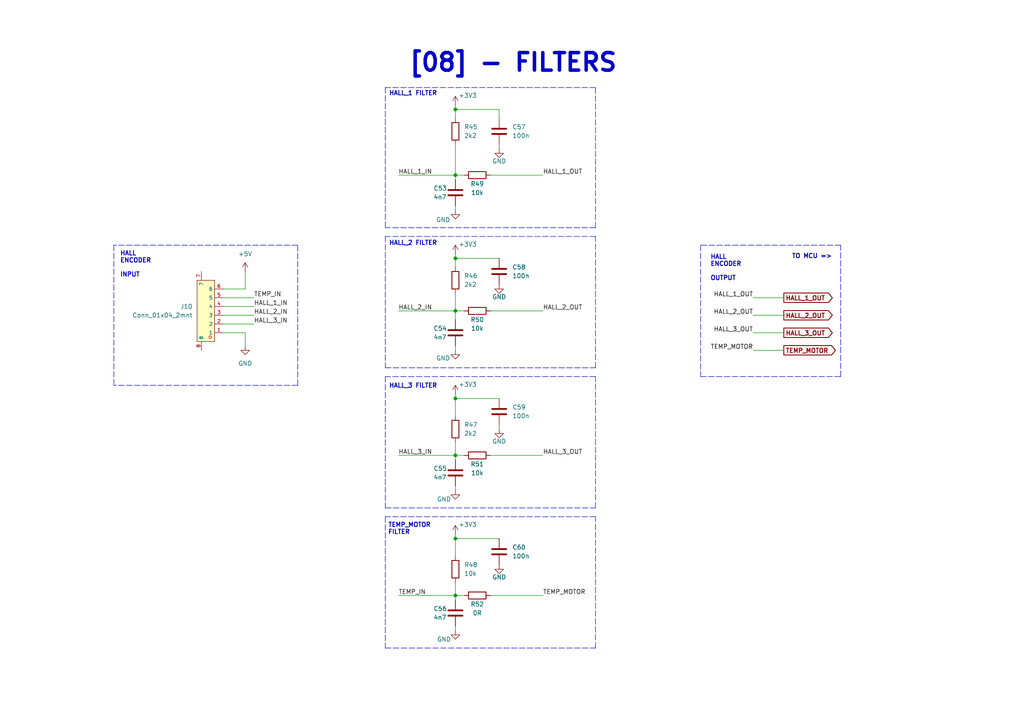
<source format=kicad_sch>
(kicad_sch (version 20250114) (generator "eeschema") (generator_version "9.0")
  (paper "A4")
  (lib_symbols
    (symbol "Device:C" (pin_numbers (hide yes)) (pin_names (offset 0.254))
      (property "Reference" "C" (at 0.635 2.54 0))
      (property "Value" "C" (at 0.635 -2.54 0))
      (symbol "C_0_1"
        (polyline (pts (xy -2.032 0.762) (xy 2.032 0.762)) (stroke (width 0.508)))
        (polyline (pts (xy -2.032 -0.762) (xy 2.032 -0.762)) (stroke (width 0.508)))
      )
      (symbol "C_1_1"
        (pin passive line (at 0 3.81 270) (length 2.794) (name "~") (number "1"))
        (pin passive line (at 0 -3.81 90) (length 2.794) (name "~") (number "2"))
      )
    )
    (symbol "Device:R" (pin_numbers (hide yes)) (pin_names (offset 0))
      (property "Reference" "R" (at 2.032 0 90))
      (property "Value" "R" (at 0 0 90))
      (symbol "R_0_1"
        (rectangle (start -1.016 -2.54) (end 1.016 2.54) (stroke (width 0.254)))
      )
      (symbol "R_1_1"
        (pin passive line (at 0 3.81 270) (length 1.27) (name "~") (number "1"))
        (pin passive line (at 0 -3.81 90) (length 1.27) (name "~") (number "2"))
      )
    )
    (symbol "XH-2PWBPZ:Conn_01x06_2mnt"
      (property "Reference" "J" (at 5.08 -0.762 0))
      (property "Value" "Conn_01x04_2mnt" (at 12.954 -2.794 0))
      (symbol "Conn_01x06_2mnt_0_1"
        (rectangle (start -1.27 3.81) (end 3.81 -13.97) (fill (type background)))
        (circle (center 0 2.54) (radius 0.381) (fill (type background)))
        (pin unspecified line (at -3.81 1.27 0) (length 2.54) (name "1") (number "1"))
        (pin unspecified line (at -3.81 -1.27 0) (length 2.54) (name "2") (number "2"))
        (pin unspecified line (at -3.81 -3.81 0) (length 2.54) (name "3") (number "3"))
        (pin unspecified line (at -3.81 -6.35 0) (length 2.54) (name "4") (number "4"))
        (pin unspecified line (at -3.81 -8.89 0) (length 2.54) (name "5") (number "5"))
        (pin unspecified line (at -3.81 -11.43 0) (length 2.54) (name "6") (number "6"))
        (pin unspecified line (at 2.54 6.35 270) (length 2.54) (name "8") (number "8"))
        (pin unspecified line (at 2.54 -16.51 90) (length 2.54) (name "7") (number "7"))
      )
    )
    (symbol "power:+3V3" (power) (pin_numbers (hide yes)) (pin_names (offset 0) (hide yes))
      (property "Value" "+3V3" (at 0 3.556 0))
      (symbol "+3V3_0_1"
        (polyline (pts (xy -0.762 1.27) (xy 0 2.54)))
        (polyline (pts (xy 0 2.54) (xy 0.762 1.27)))
        (polyline (pts (xy 0 0) (xy 0 2.54)))
      )
      (symbol "+3V3_1_1"
        (pin power_in line (at 0 0 90) (length 0) (name "~") (number "1"))
      )
    )
    (symbol "power:+5V" (power) (pin_numbers (hide yes)) (pin_names (offset 0) (hide yes))
      (property "Value" "+5V" (at 0 3.556 0))
      (symbol "+5V_0_1"
        (polyline (pts (xy -0.762 1.27) (xy 0 2.54)))
        (polyline (pts (xy 0 2.54) (xy 0.762 1.27)))
        (polyline (pts (xy 0 0) (xy 0 2.54)))
      )
      (symbol "+5V_1_1"
        (pin power_in line (at 0 0 90) (length 0) (name "~") (number "1"))
      )
    )
    (symbol "power:GND" (power) (pin_numbers (hide yes)) (pin_names (offset 0) (hide yes))
      (property "Value" "GND" (at 0 -3.81 0))
      (symbol "GND_0_1"
        (polyline (pts (xy 0 0) (xy 0 -1.27) (xy 1.27 -1.27) (xy 0 -2.54) (xy -1.27 -1.27) (xy 0 -1.27)))
      )
      (symbol "GND_1_1"
        (pin power_in line (at 0 0 270) (length 0) (name "~") (number "1"))
      )
    )
  )
  (text "[08] - FILTERS" (at 148.844 18.288 0) (effects (font (size 5.08 5.08) (thickness 1.016) (bold yes))))
  (text "HALL_3 FILTER" (at 112.776 112.014 0) (effects (font (size 1.27 1.27) (thickness 0.254) (bold yes)) (justify left)))
  (text "HALL\nENCODER\n\nINPUT" (at 34.798 76.708 0) (effects (font (size 1.27 1.27) (thickness 0.254) (bold yes)) (justify left)))
  (text "HALL_1 FILTER" (at 112.776 27.178 0) (effects (font (size 1.27 1.27) (thickness 0.254) (bold yes)) (justify left)))
  (text "TO MCU =>" (at 229.616 74.422 0) (effects (font (size 1.27 1.27) (thickness 0.254) (bold yes)) (justify left)))
  (text "HALL\nENCODER\n\nOUTPUT" (at 205.994 77.724 0) (effects (font (size 1.27 1.27) (thickness 0.254) (bold yes)) (justify left)))
  (text "HALL_2 FILTER" (at 112.776 70.612 0) (effects (font (size 1.27 1.27) (thickness 0.254) (bold yes)) (justify left)))
  (text "TEMP_MOTOR\nFILTER" (at 112.522 153.416 0) (effects (font (size 1.27 1.27) (thickness 0.254) (bold yes)) (justify left)))
  (junction (at 132.08 90.17))
  (junction (at 132.08 132.08))
  (junction (at 132.08 31.75))
  (junction (at 132.08 50.8))
  (junction (at 132.08 156.21))
  (junction (at 132.08 115.57))
  (junction (at 132.08 172.72))
  (junction (at 132.08 74.93))
  (wire (pts (xy 132.08 156.21) (xy 132.08 161.29)))
  (wire (pts (xy 144.78 41.91) (xy 144.78 43.18)))
  (polyline (pts (xy 203.2 109.22) (xy 243.84 109.22)) (stroke (width 0) (type dash)))
  (wire (pts (xy 132.08 132.08) (xy 134.62 132.08)))
  (polyline (pts (xy 111.76 147.32) (xy 172.72 147.32)) (stroke (width 0) (type dash)))
  (polyline (pts (xy 172.72 106.68) (xy 172.72 68.58)) (stroke (width 0) (type dash)))
  (polyline (pts (xy 172.72 66.04) (xy 172.72 25.4)) (stroke (width 0) (type dash)))
  (wire (pts (xy 132.08 90.17) (xy 132.08 92.71)))
  (wire (pts (xy 144.78 123.19) (xy 144.78 124.46)))
  (wire (pts (xy 132.08 181.61) (xy 132.08 182.88)))
  (wire (pts (xy 132.08 114.3) (xy 132.08 115.57)))
  (polyline (pts (xy 86.36 71.12) (xy 33.02 71.12)) (stroke (width 0) (type dash)))
  (wire (pts (xy 132.08 50.8) (xy 134.62 50.8)))
  (wire (pts (xy 73.66 93.98) (xy 64.77 93.98)))
  (wire (pts (xy 73.66 91.44) (xy 64.77 91.44)))
  (wire (pts (xy 132.08 73.66) (xy 132.08 74.93)))
  (polyline (pts (xy 111.76 25.4) (xy 111.76 66.04)) (stroke (width 0) (type dash)))
  (wire (pts (xy 157.48 172.72) (xy 142.24 172.72)))
  (polyline (pts (xy 172.72 68.58) (xy 111.76 68.58)) (stroke (width 0) (type dash)))
  (wire (pts (xy 157.48 132.08) (xy 142.24 132.08)))
  (wire (pts (xy 218.44 86.36) (xy 227.33 86.36)))
  (polyline (pts (xy 172.72 147.32) (xy 172.72 109.22)) (stroke (width 0) (type dash)))
  (wire (pts (xy 115.57 90.17) (xy 132.08 90.17)))
  (wire (pts (xy 132.08 74.93) (xy 144.78 74.93)))
  (polyline (pts (xy 172.72 66.04) (xy 111.76 66.04)) (stroke (width 0) (type dash)))
  (wire (pts (xy 132.08 168.91) (xy 132.08 172.72)))
  (wire (pts (xy 132.08 85.09) (xy 132.08 90.17)))
  (polyline (pts (xy 111.76 187.96) (xy 172.72 187.96)) (stroke (width 0) (type dash)))
  (wire (pts (xy 132.08 50.8) (xy 132.08 52.07)))
  (wire (pts (xy 157.48 90.17) (xy 142.24 90.17)))
  (wire (pts (xy 132.08 31.75) (xy 144.78 31.75)))
  (wire (pts (xy 115.57 172.72) (xy 132.08 172.72)))
  (polyline (pts (xy 33.02 71.12) (xy 33.02 111.76)) (stroke (width 0) (type dash)))
  (wire (pts (xy 132.08 41.91) (xy 132.08 50.8)))
  (wire (pts (xy 71.12 96.52) (xy 71.12 100.33)))
  (wire (pts (xy 71.12 83.82) (xy 71.12 78.74)))
  (wire (pts (xy 132.08 115.57) (xy 144.78 115.57)))
  (polyline (pts (xy 172.72 187.96) (xy 172.72 149.86)) (stroke (width 0) (type dash)))
  (polyline (pts (xy 86.36 111.76) (xy 33.02 111.76)) (stroke (width 0) (type dash)))
  (polyline (pts (xy 172.72 149.86) (xy 111.76 149.86)) (stroke (width 0) (type dash)))
  (wire (pts (xy 132.08 132.08) (xy 132.08 133.35)))
  (wire (pts (xy 132.08 100.33) (xy 132.08 101.6)))
  (polyline (pts (xy 111.76 106.68) (xy 172.72 106.68)) (stroke (width 0) (type dash)))
  (wire (pts (xy 144.78 31.75) (xy 144.78 34.29)))
  (wire (pts (xy 73.66 86.36) (xy 64.77 86.36)))
  (wire (pts (xy 115.57 132.08) (xy 132.08 132.08)))
  (wire (pts (xy 132.08 30.48) (xy 132.08 31.75)))
  (wire (pts (xy 218.44 96.52) (xy 227.33 96.52)))
  (polyline (pts (xy 111.76 109.22) (xy 111.76 147.32)) (stroke (width 0) (type dash)))
  (wire (pts (xy 132.08 115.57) (xy 132.08 120.65)))
  (wire (pts (xy 132.08 128.27) (xy 132.08 132.08)))
  (wire (pts (xy 132.08 31.75) (xy 132.08 34.29)))
  (wire (pts (xy 157.48 50.8) (xy 142.24 50.8)))
  (wire (pts (xy 132.08 59.69) (xy 132.08 60.96)))
  (wire (pts (xy 132.08 172.72) (xy 132.08 173.99)))
  (wire (pts (xy 64.77 96.52) (xy 71.12 96.52)))
  (polyline (pts (xy 111.76 68.58) (xy 111.76 106.68)) (stroke (width 0) (type dash)))
  (wire (pts (xy 132.08 172.72) (xy 134.62 172.72)))
  (wire (pts (xy 218.44 91.44) (xy 227.33 91.44)))
  (wire (pts (xy 132.08 90.17) (xy 134.62 90.17)))
  (wire (pts (xy 132.08 74.93) (xy 132.08 77.47)))
  (wire (pts (xy 218.44 101.6) (xy 227.33 101.6)))
  (polyline (pts (xy 172.72 25.4) (xy 111.76 25.4)) (stroke (width 0) (type dash)))
  (polyline (pts (xy 111.76 149.86) (xy 111.76 187.96)) (stroke (width 0) (type dash)))
  (polyline (pts (xy 243.84 109.22) (xy 243.84 71.12)) (stroke (width 0) (type dash)))
  (wire (pts (xy 64.77 83.82) (xy 71.12 83.82)))
  (wire (pts (xy 115.57 50.8) (xy 132.08 50.8)))
  (wire (pts (xy 132.08 156.21) (xy 144.78 156.21)))
  (wire (pts (xy 132.08 154.94) (xy 132.08 156.21)))
  (polyline (pts (xy 172.72 109.22) (xy 111.76 109.22)) (stroke (width 0) (type dash)))
  (polyline (pts (xy 203.2 71.12) (xy 203.2 109.22)) (stroke (width 0) (type dash)))
  (polyline (pts (xy 243.84 71.12) (xy 203.2 71.12)) (stroke (width 0) (type dash)))
  (wire (pts (xy 73.66 88.9) (xy 64.77 88.9)))
  (wire (pts (xy 132.08 140.97) (xy 132.08 142.24)))
  (polyline (pts (xy 86.36 111.76) (xy 86.36 71.12)) (stroke (width 0) (type dash)))
  (label "HALL_1_IN" (at 73.66 88.9 0))
  (label "HALL_3_IN" (at 73.66 93.98 0))
  (label "TEMP_MOTOR" (at 218.44 101.6 180) (effects (font (thickness 0.1588))))
  (label "TEMP_IN" (at 73.66 86.36 0))
  (label "HALL_3_IN" (at 115.57 132.08 0))
  (label "HALL_2_OUT" (at 218.44 91.44 180) (effects (font (thickness 0.1588))))
  (label "TEMP_IN" (at 115.57 172.72 0))
  (label "HALL_2_IN" (at 73.66 91.44 0))
  (label "HALL_1_IN" (at 115.57 50.8 0))
  (label "HALL_3_OUT" (at 218.44 96.52 180) (effects (font (thickness 0.1588))))
  (label "HALL_1_OUT" (at 218.44 86.36 180) (effects (font (thickness 0.1588))))
  (label "TEMP_MOTOR" (at 157.48 172.72 0))
  (label "HALL_2_IN" (at 115.57 90.17 0))
  (label "HALL_3_OUT" (at 157.48 132.08 0))
  (label "HALL_2_OUT" (at 157.48 90.17 0))
  (label "HALL_1_OUT" (at 157.48 50.8 0))
  (global_label "HALL_1_OUT" (shape output) (at 227.33 86.36 0) (effects (font (thickness 0.254) (bold yes))) (property "Intersheetrefs" "${INTERSHEET_REFS}" (effects (hide yes))))
  (global_label "TEMP_MOTOR" (shape output) (at 227.33 101.6 0) (effects (font (thickness 0.254) (bold yes))) (property "Intersheetrefs" "${INTERSHEET_REFS}" (effects (hide yes))))
  (global_label "HALL_2_OUT" (shape output) (at 227.33 91.44 0) (effects (font (thickness 0.254) (bold yes))) (property "Intersheetrefs" "${INTERSHEET_REFS}" (effects (hide yes))))
  (global_label "HALL_3_OUT" (shape output) (at 227.33 96.52 0) (effects (font (thickness 0.254) (bold yes))) (property "Intersheetrefs" "${INTERSHEET_REFS}" (effects (hide yes))))
  (symbol (lib_id "power:GND") (at 132.08 60.96 0) (unit 1)
    (property "Reference" "#PWR084" (effects (hide yes)))
    (property "Value" "GND" (at 128.524 63.754 0))
    (property "Description" "Power symbol creates a global label with name \"GND\" , ground" (effects (hide yes)))
  )
  (symbol (lib_id "Device:R") (at 132.08 165.1 0) (unit 1)
    (property "Reference" "R48" (at 134.62 163.8299 0) (effects (justify left)))
    (property "Value" "10k" (at 134.62 166.3699 0) (effects (justify left)))
    (property "Footprint" "Resistor_SMD:R_0603_1608Metric" (effects (hide yes)))
    (property "Description" "Resistor" (effects (hide yes)))
  )
  (symbol (lib_id "Device:C") (at 132.08 55.88 0) (unit 1)
    (property "Reference" "C53" (at 125.73 54.61 0) (effects (justify left)))
    (property "Value" "4n7" (at 125.73 57.15 0) (effects (justify left)))
    (property "Footprint" "Capacitor_SMD:C_0603_1608Metric" (effects (hide yes)))
    (property "Description" "Unpolarized capacitor" (effects (hide yes)))
  )
  (symbol (lib_id "power:GND") (at 144.78 82.55 0) (unit 1)
    (property "Reference" "#PWR092" (effects (hide yes)))
    (property "Value" "GND" (at 144.78 86.106 0))
    (property "Description" "Power symbol creates a global label with name \"GND\" , ground" (effects (hide yes)))
  )
  (symbol (lib_id "Device:R") (at 138.43 132.08 90) (unit 1)
    (property "Reference" "R51" (at 138.43 134.62 90))
    (property "Value" "10k" (at 138.43 137.16 90))
    (property "Footprint" "Resistor_SMD:R_0603_1608Metric" (effects (hide yes)))
    (property "Description" "Resistor" (effects (hide yes)))
  )
  (symbol (lib_id "power:GND") (at 132.08 142.24 0) (unit 1)
    (property "Reference" "#PWR088" (effects (hide yes)))
    (property "Value" "GND" (at 128.778 144.78 0))
    (property "Description" "Power symbol creates a global label with name \"GND\" , ground" (effects (hide yes)))
  )
  (symbol (lib_id "Device:R") (at 138.43 50.8 90) (unit 1)
    (property "Reference" "R49" (at 138.43 53.34 90))
    (property "Value" "10k" (at 138.43 55.88 90))
    (property "Footprint" "Resistor_SMD:R_0603_1608Metric" (effects (hide yes)))
    (property "Description" "Resistor" (effects (hide yes)))
  )
  (symbol (lib_id "power:GND") (at 132.08 101.6 0) (unit 1)
    (property "Reference" "#PWR086" (effects (hide yes)))
    (property "Value" "GND" (at 128.524 103.886 0))
    (property "Description" "Power symbol creates a global label with name \"GND\" , ground" (effects (hide yes)))
  )
  (symbol (lib_id "power:+5V") (at 71.12 78.74 0) (unit 1)
    (property "Reference" "#PWR081" (effects (hide yes)))
    (property "Value" "+5V" (at 71.12 73.66 0))
    (property "Description" "Power symbol creates a global label with name \"+5V\"" (effects (hide yes)))
  )
  (symbol (lib_id "power:+3V3") (at 132.08 30.48 0) (unit 1)
    (property "Reference" "#PWR083" (effects (hide yes)))
    (property "Value" "+3V3" (at 135.636 27.686 0))
    (property "Description" "Power symbol creates a global label with name \"+3V3\"" (effects (hide yes)))
  )
  (symbol (lib_id "power:+3V3") (at 132.08 154.94 0) (unit 1)
    (property "Reference" "#PWR089" (effects (hide yes)))
    (property "Value" "+3V3" (at 135.636 152.146 0))
    (property "Description" "Power symbol creates a global label with name \"+3V3\"" (effects (hide yes)))
  )
  (symbol (lib_id "Device:R") (at 132.08 81.28 0) (unit 1)
    (property "Reference" "R46" (at 134.62 80.0099 0) (effects (justify left)))
    (property "Value" "2k2" (at 134.62 82.5499 0) (effects (justify left)))
    (property "Footprint" "Resistor_SMD:R_0603_1608Metric" (effects (hide yes)))
    (property "Description" "Resistor" (effects (hide yes)))
  )
  (symbol (lib_id "Device:R") (at 132.08 124.46 0) (unit 1)
    (property "Reference" "R47" (at 134.62 123.1899 0) (effects (justify left)))
    (property "Value" "2k2" (at 134.62 125.7299 0) (effects (justify left)))
    (property "Footprint" "Resistor_SMD:R_0603_1608Metric" (effects (hide yes)))
    (property "Description" "Resistor" (effects (hide yes)))
  )
  (symbol (lib_id "Device:C") (at 132.08 177.8 0) (unit 1)
    (property "Reference" "C56" (at 125.73 176.53 0) (effects (justify left)))
    (property "Value" "4n7" (at 125.73 179.07 0) (effects (justify left)))
    (property "Footprint" "Capacitor_SMD:C_0603_1608Metric" (effects (hide yes)))
    (property "Description" "Unpolarized capacitor" (effects (hide yes)))
  )
  (symbol (lib_id "Device:C") (at 144.78 119.38 0) (unit 1)
    (property "Reference" "C59" (at 148.59 118.1099 0) (effects (justify left)))
    (property "Value" "100n" (at 148.59 120.6499 0) (effects (justify left)))
    (property "Footprint" "Capacitor_SMD:C_0603_1608Metric" (effects (hide yes)))
    (property "Description" "Unpolarized capacitor" (effects (hide yes)))
  )
  (symbol (lib_id "Device:R") (at 138.43 172.72 90) (unit 1)
    (property "Reference" "R52" (at 138.43 175.26 90))
    (property "Value" "0R" (at 138.43 177.8 90))
    (property "Footprint" "Resistor_SMD:R_0603_1608Metric" (effects (hide yes)))
    (property "Description" "Resistor" (effects (hide yes)))
  )
  (symbol (lib_id "power:GND") (at 144.78 163.83 0) (unit 1)
    (property "Reference" "#PWR094" (effects (hide yes)))
    (property "Value" "GND" (at 144.78 167.386 0))
    (property "Description" "Power symbol creates a global label with name \"GND\" , ground" (effects (hide yes)))
  )
  (symbol (lib_id "Device:C") (at 144.78 160.02 0) (unit 1)
    (property "Reference" "C60" (at 148.59 158.7499 0) (effects (justify left)))
    (property "Value" "100n" (at 148.59 161.2899 0) (effects (justify left)))
    (property "Footprint" "Capacitor_SMD:C_0603_1608Metric" (effects (hide yes)))
    (property "Description" "Unpolarized capacitor" (effects (hide yes)))
  )
  (symbol (lib_id "power:GND") (at 132.08 182.88 0) (unit 1)
    (property "Reference" "#PWR090" (effects (hide yes)))
    (property "Value" "GND" (at 128.778 185.42 0))
    (property "Description" "Power symbol creates a global label with name \"GND\" , ground" (effects (hide yes)))
  )
  (symbol (lib_id "power:+3V3") (at 132.08 73.66 0) (unit 1)
    (property "Reference" "#PWR085" (effects (hide yes)))
    (property "Value" "+3V3" (at 135.636 70.866 0))
    (property "Description" "Power symbol creates a global label with name \"+3V3\"" (effects (hide yes)))
  )
  (symbol (lib_id "power:+3V3") (at 132.08 114.3 0) (unit 1)
    (property "Reference" "#PWR087" (effects (hide yes)))
    (property "Value" "+3V3" (at 135.636 111.506 0))
    (property "Description" "Power symbol creates a global label with name \"+3V3\"" (effects (hide yes)))
  )
  (symbol (lib_id "Device:C") (at 144.78 38.1 0) (unit 1)
    (property "Reference" "C57" (at 148.59 36.8299 0) (effects (justify left)))
    (property "Value" "100n" (at 148.59 39.3699 0) (effects (justify left)))
    (property "Footprint" "Capacitor_SMD:C_0603_1608Metric" (effects (hide yes)))
    (property "Description" "Unpolarized capacitor" (effects (hide yes)))
  )
  (symbol (lib_id "power:GND") (at 144.78 43.18 0) (unit 1)
    (property "Reference" "#PWR091" (effects (hide yes)))
    (property "Value" "GND" (at 144.78 46.736 0))
    (property "Description" "Power symbol creates a global label with name \"GND\" , ground" (effects (hide yes)))
  )
  (symbol (lib_id "Device:C") (at 144.78 78.74 0) (unit 1)
    (property "Reference" "C58" (at 148.59 77.4699 0) (effects (justify left)))
    (property "Value" "100n" (at 148.59 80.0099 0) (effects (justify left)))
    (property "Footprint" "Capacitor_SMD:C_0603_1608Metric" (effects (hide yes)))
    (property "Description" "Unpolarized capacitor" (effects (hide yes)))
  )
  (symbol (lib_id "Device:C") (at 132.08 137.16 0) (unit 1)
    (property "Reference" "C55" (at 125.73 135.89 0) (effects (justify left)))
    (property "Value" "4n7" (at 125.73 138.43 0) (effects (justify left)))
    (property "Footprint" "Capacitor_SMD:C_0603_1608Metric" (effects (hide yes)))
    (property "Description" "Unpolarized capacitor" (effects (hide yes)))
  )
  (symbol (lib_id "power:GND") (at 144.78 124.46 0) (unit 1)
    (property "Reference" "#PWR093" (effects (hide yes)))
    (property "Value" "GND" (at 144.78 128.016 0))
    (property "Description" "Power symbol creates a global label with name \"GND\" , ground" (effects (hide yes)))
  )
  (symbol (lib_id "power:GND") (at 71.12 100.33 0) (unit 1)
    (property "Reference" "#PWR082" (effects (hide yes)))
    (property "Value" "GND" (at 71.12 105.41 0))
    (property "Description" "Power symbol creates a global label with name \"GND\" , ground" (effects (hide yes)))
  )
  (symbol (lib_id "Device:C") (at 132.08 96.52 0) (unit 1)
    (property "Reference" "C54" (at 125.73 95.25 0) (effects (justify left)))
    (property "Value" "4n7" (at 125.73 97.79 0) (effects (justify left)))
    (property "Footprint" "Capacitor_SMD:C_0603_1608Metric" (effects (hide yes)))
    (property "Description" "Unpolarized capacitor" (effects (hide yes)))
  )
  (symbol (lib_id "XH-2PWBPZ:Conn_01x06_2mnt") (at 60.96 95.25 180) (unit 1)
    (property "Reference" "J10" (at 55.88 88.8999 0) (effects (justify left)))
    (property "Value" "Conn_01x04_2mnt" (at 55.88 91.4399 0) (effects (justify left)))
    (property "Footprint" "DF_ESC_rev01_1:CONN-SMD_6P-P2.50_DEALON_XH-6PWB" (effects (hide yes)))
    (property "Datasheet" "https://item.szlcsc.com/2791035.html" (effects (hide yes)))
    (property "LCSC" "C2687444" (effects (hide yes)))
  )
  (symbol (lib_id "Device:R") (at 138.43 90.17 90) (unit 1)
    (property "Reference" "R50" (at 138.43 92.71 90))
    (property "Value" "10k" (at 138.43 95.25 90))
    (property "Footprint" "Resistor_SMD:R_0603_1608Metric" (effects (hide yes)))
    (property "Description" "Resistor" (effects (hide yes)))
  )
  (symbol (lib_id "Device:R") (at 132.08 38.1 0) (unit 1)
    (property "Reference" "R45" (at 134.62 36.8299 0) (effects (justify left)))
    (property "Value" "2k2" (at 134.62 39.3699 0) (effects (justify left)))
    (property "Footprint" "Resistor_SMD:R_0603_1608Metric" (effects (hide yes)))
    (property "Description" "Resistor" (effects (hide yes)))
  )
)
</source>
